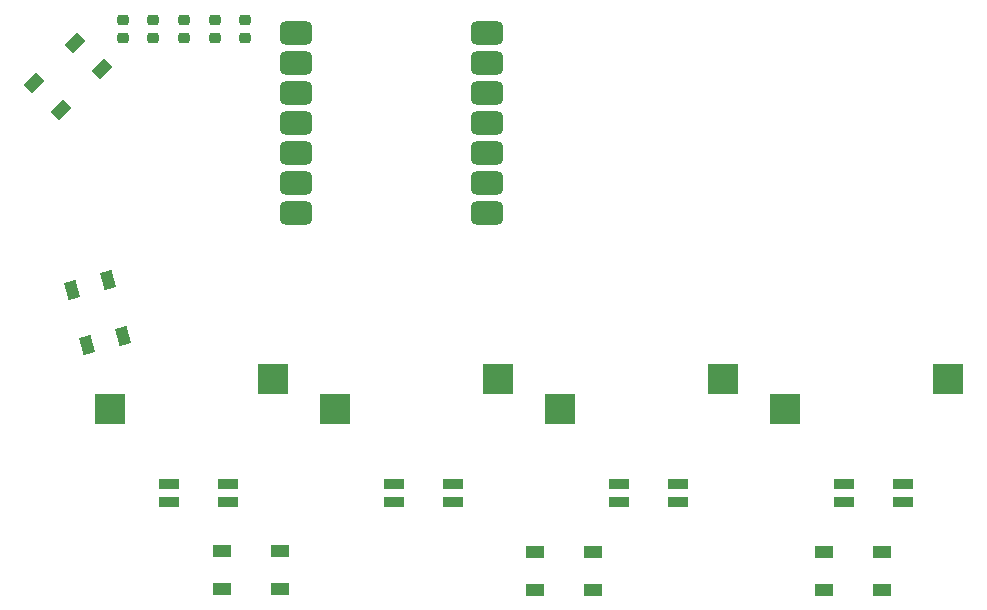
<source format=gbr>
%TF.GenerationSoftware,KiCad,Pcbnew,7.0.10*%
%TF.CreationDate,2026-02-06T21:47:15-08:00*%
%TF.ProjectId,4kemp,346b656d-702e-46b6-9963-61645f706362,rev?*%
%TF.SameCoordinates,Original*%
%TF.FileFunction,Paste,Bot*%
%TF.FilePolarity,Positive*%
%FSLAX46Y46*%
G04 Gerber Fmt 4.6, Leading zero omitted, Abs format (unit mm)*
G04 Created by KiCad (PCBNEW 7.0.10) date 2026-02-06 21:47:15*
%MOMM*%
%LPD*%
G01*
G04 APERTURE LIST*
G04 Aperture macros list*
%AMRoundRect*
0 Rectangle with rounded corners*
0 $1 Rounding radius*
0 $2 $3 $4 $5 $6 $7 $8 $9 X,Y pos of 4 corners*
0 Add a 4 corners polygon primitive as box body*
4,1,4,$2,$3,$4,$5,$6,$7,$8,$9,$2,$3,0*
0 Add four circle primitives for the rounded corners*
1,1,$1+$1,$2,$3*
1,1,$1+$1,$4,$5*
1,1,$1+$1,$6,$7*
1,1,$1+$1,$8,$9*
0 Add four rect primitives between the rounded corners*
20,1,$1+$1,$2,$3,$4,$5,0*
20,1,$1+$1,$4,$5,$6,$7,0*
20,1,$1+$1,$6,$7,$8,$9,0*
20,1,$1+$1,$8,$9,$2,$3,0*%
%AMRotRect*
0 Rectangle, with rotation*
0 The origin of the aperture is its center*
0 $1 length*
0 $2 width*
0 $3 Rotation angle, in degrees counterclockwise*
0 Add horizontal line*
21,1,$1,$2,0,0,$3*%
G04 Aperture macros list end*
%ADD10R,2.550000X2.500000*%
%ADD11RoundRect,0.218750X-0.256250X0.218750X-0.256250X-0.218750X0.256250X-0.218750X0.256250X0.218750X0*%
%ADD12R,1.803400X0.812800*%
%ADD13R,1.500000X1.000000*%
%ADD14RoundRect,0.500000X0.875000X0.500000X-0.875000X0.500000X-0.875000X-0.500000X0.875000X-0.500000X0*%
%ADD15RotRect,1.500000X1.000000X285.000000*%
%ADD16RotRect,1.500000X1.000000X225.000000*%
G04 APERTURE END LIST*
D10*
%TO.C,SW2*%
X73881100Y-71279300D03*
X60031100Y-73819300D03*
%TD*%
%TO.C,SW3*%
X92931100Y-71279300D03*
X79081100Y-73819300D03*
%TD*%
%TO.C,SW4*%
X111981100Y-71279300D03*
X98131100Y-73819300D03*
%TD*%
%TO.C,SW1*%
X54831100Y-71279300D03*
X40981100Y-73819300D03*
%TD*%
D11*
%TO.C,D2*%
X44681100Y-40861800D03*
X44681100Y-42436800D03*
%TD*%
D12*
%TO.C,LED3*%
X89141900Y-81659300D03*
X89141900Y-80160700D03*
X84138100Y-80160700D03*
X84138100Y-81659300D03*
%TD*%
D11*
%TO.C,D3*%
X47271100Y-40861800D03*
X47271100Y-42436800D03*
%TD*%
D13*
%TO.C,D8*%
X55401100Y-85849300D03*
X55401100Y-89049300D03*
X50501100Y-89049300D03*
X50501100Y-85849300D03*
%TD*%
D14*
%TO.C,U1*%
X72951100Y-41989300D03*
X72951100Y-44529300D03*
X72951100Y-47069300D03*
X72951100Y-49609300D03*
X72951100Y-52149300D03*
X72951100Y-54689300D03*
X72951100Y-57229300D03*
X56751100Y-57229300D03*
X56751100Y-54689300D03*
X56751100Y-52149300D03*
X56751100Y-49609300D03*
X56751100Y-47069300D03*
X56751100Y-44529300D03*
X56751100Y-41989300D03*
%TD*%
D13*
%TO.C,D9*%
X81901100Y-85899300D03*
X81901100Y-89099300D03*
X77001100Y-89099300D03*
X77001100Y-85899300D03*
%TD*%
D11*
%TO.C,D1*%
X42091100Y-40861800D03*
X42091100Y-42436800D03*
%TD*%
%TO.C,D5*%
X52451100Y-40861800D03*
X52451100Y-42436800D03*
%TD*%
D13*
%TO.C,D10*%
X106401100Y-85899300D03*
X106401100Y-89099300D03*
X101501100Y-89099300D03*
X101501100Y-85899300D03*
%TD*%
D12*
%TO.C,LED2*%
X70091900Y-81649300D03*
X70091900Y-80150700D03*
X65088100Y-80150700D03*
X65088100Y-81649300D03*
%TD*%
D15*
%TO.C,D7*%
X37771512Y-63696892D03*
X40862475Y-62868671D03*
X42130688Y-67601708D03*
X39039725Y-68429929D03*
%TD*%
D11*
%TO.C,D4*%
X49861100Y-40861800D03*
X49861100Y-42436800D03*
%TD*%
D12*
%TO.C,LED4*%
X108191900Y-81659300D03*
X108191900Y-80160700D03*
X103188100Y-80160700D03*
X103188100Y-81659300D03*
%TD*%
%TO.C,LED1*%
X51041900Y-81659300D03*
X51041900Y-80160700D03*
X46038100Y-80160700D03*
X46038100Y-81659300D03*
%TD*%
D16*
%TO.C,D6*%
X38052141Y-42785518D03*
X40314882Y-45048259D03*
X36850059Y-48513082D03*
X34587318Y-46250341D03*
%TD*%
M02*

</source>
